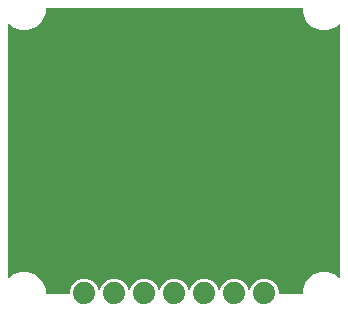
<source format=gbr>
G04 EAGLE Gerber RS-274X export*
G75*
%MOMM*%
%FSLAX25Y25*%
%LPD*%
%INBottom_layer*%
%IPPOS*%
%AMOC8*
5,1,8,0,0,1.08239X$1,22.5*%
G01*
%ADD10C,1.879600*%

G36*
X884114Y373413D02*
X884114Y373413D01*
X884309Y373391D01*
X885325Y373611D01*
X886348Y373778D01*
X886522Y373870D01*
X886714Y373912D01*
X887607Y374444D01*
X888524Y374929D01*
X888659Y375071D01*
X888828Y375172D01*
X889503Y375959D01*
X890219Y376713D01*
X890302Y376891D01*
X890430Y377040D01*
X890819Y378004D01*
X891257Y378944D01*
X891278Y379139D01*
X891352Y379322D01*
X891539Y381000D01*
X891539Y405757D01*
X910487Y451501D01*
X945499Y486513D01*
X991243Y505460D01*
X1040757Y505460D01*
X1086501Y486513D01*
X1121513Y451501D01*
X1135961Y416620D01*
X1136338Y416011D01*
X1136629Y415357D01*
X1136982Y414973D01*
X1137257Y414528D01*
X1137809Y414071D01*
X1138293Y413544D01*
X1138750Y413293D01*
X1139153Y412959D01*
X1139820Y412702D01*
X1140448Y412356D01*
X1140962Y412263D01*
X1141449Y412076D01*
X1142165Y412045D01*
X1142869Y411918D01*
X1143386Y411993D01*
X1143908Y411971D01*
X1144596Y412170D01*
X1145304Y412273D01*
X1145769Y412509D01*
X1146272Y412654D01*
X1146861Y413063D01*
X1147499Y413386D01*
X1147865Y413758D01*
X1148294Y414056D01*
X1148722Y414630D01*
X1149224Y415141D01*
X1149570Y415768D01*
X1149765Y416029D01*
X1149839Y416256D01*
X1150039Y416620D01*
X1164487Y451501D01*
X1199499Y486513D01*
X1245243Y505460D01*
X1294757Y505460D01*
X1340501Y486513D01*
X1375513Y451501D01*
X1389961Y416620D01*
X1390338Y416011D01*
X1390629Y415357D01*
X1390982Y414973D01*
X1391257Y414528D01*
X1391809Y414071D01*
X1392293Y413544D01*
X1392750Y413293D01*
X1393153Y412959D01*
X1393820Y412702D01*
X1394448Y412356D01*
X1394962Y412263D01*
X1395449Y412076D01*
X1396165Y412045D01*
X1396869Y411918D01*
X1397386Y411993D01*
X1397908Y411971D01*
X1398596Y412170D01*
X1399304Y412273D01*
X1399769Y412509D01*
X1400272Y412654D01*
X1400861Y413063D01*
X1401499Y413386D01*
X1401865Y413758D01*
X1402294Y414056D01*
X1402722Y414630D01*
X1403224Y415141D01*
X1403570Y415768D01*
X1403765Y416029D01*
X1403839Y416256D01*
X1404039Y416620D01*
X1418487Y451501D01*
X1453499Y486513D01*
X1499243Y505460D01*
X1548757Y505460D01*
X1594501Y486513D01*
X1629513Y451501D01*
X1643961Y416620D01*
X1644338Y416011D01*
X1644629Y415357D01*
X1644982Y414973D01*
X1645257Y414528D01*
X1645809Y414071D01*
X1646293Y413544D01*
X1646750Y413293D01*
X1647153Y412959D01*
X1647820Y412702D01*
X1648448Y412356D01*
X1648962Y412263D01*
X1649449Y412076D01*
X1650165Y412045D01*
X1650869Y411918D01*
X1651386Y411993D01*
X1651908Y411971D01*
X1652596Y412170D01*
X1653304Y412273D01*
X1653769Y412509D01*
X1654272Y412654D01*
X1654861Y413063D01*
X1655499Y413386D01*
X1655865Y413758D01*
X1656294Y414056D01*
X1656722Y414630D01*
X1657224Y415141D01*
X1657570Y415768D01*
X1657765Y416029D01*
X1657839Y416256D01*
X1658039Y416620D01*
X1672487Y451501D01*
X1707499Y486513D01*
X1753243Y505460D01*
X1802757Y505460D01*
X1848501Y486513D01*
X1883513Y451501D01*
X1897961Y416620D01*
X1898338Y416011D01*
X1898629Y415357D01*
X1898982Y414973D01*
X1899257Y414528D01*
X1899809Y414071D01*
X1900293Y413544D01*
X1900750Y413293D01*
X1901153Y412959D01*
X1901820Y412702D01*
X1902448Y412356D01*
X1902962Y412263D01*
X1903449Y412076D01*
X1904165Y412045D01*
X1904869Y411918D01*
X1905386Y411993D01*
X1905908Y411971D01*
X1906596Y412170D01*
X1907304Y412273D01*
X1907769Y412509D01*
X1908272Y412654D01*
X1908861Y413063D01*
X1909499Y413386D01*
X1909865Y413758D01*
X1910294Y414056D01*
X1910722Y414630D01*
X1911224Y415141D01*
X1911570Y415768D01*
X1911765Y416029D01*
X1911839Y416256D01*
X1912039Y416620D01*
X1926487Y451501D01*
X1961499Y486513D01*
X2007243Y505460D01*
X2056757Y505460D01*
X2102501Y486513D01*
X2137513Y451501D01*
X2151961Y416620D01*
X2152338Y416011D01*
X2152629Y415357D01*
X2152982Y414973D01*
X2153257Y414528D01*
X2153809Y414071D01*
X2154293Y413544D01*
X2154750Y413293D01*
X2155153Y412959D01*
X2155820Y412702D01*
X2156448Y412356D01*
X2156962Y412263D01*
X2157449Y412076D01*
X2158165Y412045D01*
X2158869Y411918D01*
X2159386Y411993D01*
X2159908Y411971D01*
X2160596Y412170D01*
X2161304Y412273D01*
X2161769Y412509D01*
X2162272Y412654D01*
X2162861Y413063D01*
X2163499Y413386D01*
X2163865Y413758D01*
X2164294Y414056D01*
X2164722Y414630D01*
X2165224Y415141D01*
X2165570Y415768D01*
X2165765Y416029D01*
X2165839Y416256D01*
X2166039Y416620D01*
X2180487Y451501D01*
X2215499Y486513D01*
X2261243Y505460D01*
X2310757Y505460D01*
X2356501Y486513D01*
X2391513Y451501D01*
X2405961Y416620D01*
X2406338Y416011D01*
X2406629Y415357D01*
X2406982Y414973D01*
X2407257Y414528D01*
X2407809Y414071D01*
X2408293Y413544D01*
X2408750Y413293D01*
X2409153Y412959D01*
X2409820Y412702D01*
X2410448Y412356D01*
X2410962Y412263D01*
X2411449Y412076D01*
X2412165Y412045D01*
X2412869Y411918D01*
X2413386Y411993D01*
X2413908Y411971D01*
X2414596Y412170D01*
X2415304Y412273D01*
X2415769Y412509D01*
X2416272Y412654D01*
X2416861Y413063D01*
X2417499Y413386D01*
X2417865Y413758D01*
X2418294Y414056D01*
X2418722Y414630D01*
X2419224Y415141D01*
X2419570Y415768D01*
X2419765Y416029D01*
X2419839Y416256D01*
X2420039Y416620D01*
X2434487Y451501D01*
X2469499Y486513D01*
X2515243Y505460D01*
X2564757Y505460D01*
X2610501Y486513D01*
X2645513Y451501D01*
X2664460Y405757D01*
X2664460Y381000D01*
X2664492Y380806D01*
X2664470Y380611D01*
X2664690Y379595D01*
X2664858Y378572D01*
X2664950Y378398D01*
X2664991Y378206D01*
X2665523Y377313D01*
X2666008Y376396D01*
X2666151Y376261D01*
X2666252Y376092D01*
X2667039Y375417D01*
X2667792Y374701D01*
X2667970Y374618D01*
X2668120Y374490D01*
X2669084Y374101D01*
X2670023Y373663D01*
X2670218Y373642D01*
X2670401Y373568D01*
X2672080Y373381D01*
X2859900Y373381D01*
X2860094Y373413D01*
X2860289Y373391D01*
X2861305Y373611D01*
X2862328Y373778D01*
X2862502Y373870D01*
X2862694Y373912D01*
X2863587Y374444D01*
X2864504Y374929D01*
X2864639Y375071D01*
X2864808Y375172D01*
X2865483Y375959D01*
X2866199Y376713D01*
X2866282Y376891D01*
X2866410Y377040D01*
X2866799Y378004D01*
X2867237Y378944D01*
X2867258Y379139D01*
X2867332Y379322D01*
X2867519Y381000D01*
X2867519Y416900D01*
X2894996Y483234D01*
X2945766Y534004D01*
X3012100Y561480D01*
X3083900Y561480D01*
X3150234Y534004D01*
X3169612Y514625D01*
X3170193Y514208D01*
X3170713Y513714D01*
X3171186Y513494D01*
X3171611Y513189D01*
X3172295Y512978D01*
X3172944Y512677D01*
X3173462Y512619D01*
X3173962Y512465D01*
X3174678Y512483D01*
X3175389Y512404D01*
X3175900Y512514D01*
X3176422Y512528D01*
X3177094Y512773D01*
X3177794Y512925D01*
X3178243Y513192D01*
X3178734Y513371D01*
X3179293Y513818D01*
X3179908Y514185D01*
X3180248Y514582D01*
X3180656Y514908D01*
X3181043Y515508D01*
X3181510Y516053D01*
X3181706Y516539D01*
X3181988Y516977D01*
X3182163Y517670D01*
X3182432Y518335D01*
X3182512Y519046D01*
X3182592Y519363D01*
X3182573Y519600D01*
X3182619Y520013D01*
X3182619Y2654987D01*
X3182504Y2655693D01*
X3182485Y2656409D01*
X3182306Y2656899D01*
X3182222Y2657415D01*
X3181888Y2658047D01*
X3181642Y2658720D01*
X3181315Y2659129D01*
X3181071Y2659590D01*
X3180552Y2660084D01*
X3180105Y2660643D01*
X3179667Y2660925D01*
X3179288Y2661285D01*
X3178637Y2661588D01*
X3178036Y2661975D01*
X3177530Y2662103D01*
X3177056Y2662323D01*
X3176345Y2662403D01*
X3175651Y2662578D01*
X3175129Y2662538D01*
X3174611Y2662596D01*
X3173912Y2662445D01*
X3173197Y2662390D01*
X3172716Y2662186D01*
X3172206Y2662075D01*
X3171591Y2661708D01*
X3170932Y2661429D01*
X3170372Y2660982D01*
X3170092Y2660815D01*
X3169938Y2660634D01*
X3169612Y2660374D01*
X3150234Y2640996D01*
X3083900Y2613519D01*
X3012100Y2613519D01*
X2945766Y2640996D01*
X2894996Y2691766D01*
X2867519Y2758100D01*
X2867519Y2794000D01*
X2867488Y2794194D01*
X2867509Y2794389D01*
X2867289Y2795405D01*
X2867122Y2796428D01*
X2867030Y2796602D01*
X2866988Y2796794D01*
X2866456Y2797687D01*
X2865971Y2798604D01*
X2865829Y2798739D01*
X2865728Y2798908D01*
X2864941Y2799583D01*
X2864188Y2800299D01*
X2864009Y2800382D01*
X2863860Y2800510D01*
X2862896Y2800899D01*
X2861956Y2801337D01*
X2861761Y2801358D01*
X2861578Y2801432D01*
X2859900Y2801619D01*
X696100Y2801619D01*
X695906Y2801588D01*
X695710Y2801609D01*
X694695Y2801389D01*
X693671Y2801222D01*
X693498Y2801130D01*
X693305Y2801088D01*
X692413Y2800556D01*
X691496Y2800071D01*
X691360Y2799929D01*
X691192Y2799828D01*
X690517Y2799041D01*
X689801Y2798288D01*
X689718Y2798109D01*
X689590Y2797960D01*
X689200Y2796996D01*
X688763Y2796056D01*
X688741Y2795861D01*
X688668Y2795678D01*
X688480Y2794000D01*
X688480Y2758100D01*
X661004Y2691766D01*
X610234Y2640996D01*
X543900Y2613519D01*
X472100Y2613519D01*
X405766Y2640996D01*
X386388Y2660374D01*
X385807Y2660792D01*
X385288Y2661285D01*
X384813Y2661506D01*
X384390Y2661810D01*
X383706Y2662021D01*
X383056Y2662323D01*
X382538Y2662381D01*
X382038Y2662535D01*
X381321Y2662517D01*
X380611Y2662596D01*
X380101Y2662486D01*
X379578Y2662472D01*
X378904Y2662226D01*
X378206Y2662075D01*
X377758Y2661808D01*
X377266Y2661628D01*
X376707Y2661181D01*
X376092Y2660815D01*
X375752Y2660418D01*
X375344Y2660092D01*
X374957Y2659491D01*
X374490Y2658947D01*
X374294Y2658461D01*
X374012Y2658023D01*
X373837Y2657330D01*
X373568Y2656665D01*
X373488Y2655954D01*
X373408Y2655637D01*
X373427Y2655400D01*
X373381Y2654987D01*
X373381Y520013D01*
X373496Y519306D01*
X373515Y518591D01*
X373694Y518100D01*
X373778Y517585D01*
X374113Y516953D01*
X374358Y516279D01*
X374685Y515871D01*
X374929Y515409D01*
X375448Y514916D01*
X375895Y514357D01*
X376333Y514075D01*
X376713Y513714D01*
X377363Y513412D01*
X377964Y513025D01*
X378470Y512897D01*
X378944Y512677D01*
X379655Y512597D01*
X380349Y512422D01*
X380871Y512462D01*
X381389Y512404D01*
X382088Y512555D01*
X382803Y512610D01*
X383285Y512814D01*
X383794Y512925D01*
X384409Y513291D01*
X385068Y513571D01*
X385628Y514018D01*
X385908Y514185D01*
X386062Y514365D01*
X386388Y514625D01*
X405766Y534004D01*
X472100Y561480D01*
X543900Y561480D01*
X610234Y534004D01*
X661004Y483234D01*
X688480Y416900D01*
X688480Y381000D01*
X688512Y380806D01*
X688490Y380611D01*
X688710Y379595D01*
X688878Y378572D01*
X688970Y378398D01*
X689011Y378206D01*
X689543Y377313D01*
X690028Y376396D01*
X690171Y376261D01*
X690272Y376092D01*
X691059Y375417D01*
X691812Y374701D01*
X691990Y374618D01*
X692140Y374490D01*
X693104Y374101D01*
X694043Y373663D01*
X694238Y373642D01*
X694421Y373568D01*
X696100Y373381D01*
X883920Y373381D01*
X884114Y373413D01*
G37*
D10*
X2540000Y381000D03*
X2286000Y381000D03*
X2032000Y381000D03*
X1778000Y381000D03*
X1524000Y381000D03*
X1270000Y381000D03*
X1016000Y381000D03*
M02*

</source>
